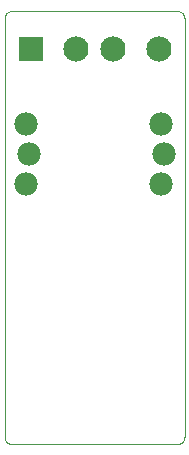
<source format=gbs>
G75*
%MOIN*%
%OFA0B0*%
%FSLAX25Y25*%
%IPPOS*%
%LPD*%
%AMOC8*
5,1,8,0,0,1.08239X$1,22.5*
%
%ADD10C,0.00000*%
%ADD11C,0.07800*%
%ADD12R,0.08400X0.08400*%
%ADD13C,0.08400*%
D10*
X0032595Y0027058D02*
X0032595Y0166433D01*
X0032597Y0166531D01*
X0032603Y0166629D01*
X0032612Y0166727D01*
X0032626Y0166824D01*
X0032643Y0166921D01*
X0032664Y0167017D01*
X0032689Y0167112D01*
X0032717Y0167206D01*
X0032750Y0167298D01*
X0032785Y0167390D01*
X0032825Y0167480D01*
X0032867Y0167568D01*
X0032914Y0167655D01*
X0032963Y0167739D01*
X0033016Y0167822D01*
X0033072Y0167902D01*
X0033132Y0167981D01*
X0033194Y0168057D01*
X0033259Y0168130D01*
X0033327Y0168201D01*
X0033398Y0168269D01*
X0033471Y0168334D01*
X0033547Y0168396D01*
X0033626Y0168456D01*
X0033706Y0168512D01*
X0033789Y0168565D01*
X0033873Y0168614D01*
X0033960Y0168661D01*
X0034048Y0168703D01*
X0034138Y0168743D01*
X0034230Y0168778D01*
X0034322Y0168811D01*
X0034416Y0168839D01*
X0034511Y0168864D01*
X0034607Y0168885D01*
X0034704Y0168902D01*
X0034801Y0168916D01*
X0034899Y0168925D01*
X0034997Y0168931D01*
X0035095Y0168933D01*
X0090095Y0168933D01*
X0090193Y0168931D01*
X0090291Y0168925D01*
X0090389Y0168916D01*
X0090486Y0168902D01*
X0090583Y0168885D01*
X0090679Y0168864D01*
X0090774Y0168839D01*
X0090868Y0168811D01*
X0090960Y0168778D01*
X0091052Y0168743D01*
X0091142Y0168703D01*
X0091230Y0168661D01*
X0091317Y0168614D01*
X0091401Y0168565D01*
X0091484Y0168512D01*
X0091564Y0168456D01*
X0091643Y0168396D01*
X0091719Y0168334D01*
X0091792Y0168269D01*
X0091863Y0168201D01*
X0091931Y0168130D01*
X0091996Y0168057D01*
X0092058Y0167981D01*
X0092118Y0167902D01*
X0092174Y0167822D01*
X0092227Y0167739D01*
X0092276Y0167655D01*
X0092323Y0167568D01*
X0092365Y0167480D01*
X0092405Y0167390D01*
X0092440Y0167298D01*
X0092473Y0167206D01*
X0092501Y0167112D01*
X0092526Y0167017D01*
X0092547Y0166921D01*
X0092564Y0166824D01*
X0092578Y0166727D01*
X0092587Y0166629D01*
X0092593Y0166531D01*
X0092595Y0166433D01*
X0092595Y0027058D01*
X0092593Y0026960D01*
X0092587Y0026862D01*
X0092578Y0026764D01*
X0092564Y0026667D01*
X0092547Y0026570D01*
X0092526Y0026474D01*
X0092501Y0026379D01*
X0092473Y0026285D01*
X0092440Y0026193D01*
X0092405Y0026101D01*
X0092365Y0026011D01*
X0092323Y0025923D01*
X0092276Y0025836D01*
X0092227Y0025752D01*
X0092174Y0025669D01*
X0092118Y0025589D01*
X0092058Y0025510D01*
X0091996Y0025434D01*
X0091931Y0025361D01*
X0091863Y0025290D01*
X0091792Y0025222D01*
X0091719Y0025157D01*
X0091643Y0025095D01*
X0091564Y0025035D01*
X0091484Y0024979D01*
X0091401Y0024926D01*
X0091317Y0024877D01*
X0091230Y0024830D01*
X0091142Y0024788D01*
X0091052Y0024748D01*
X0090960Y0024713D01*
X0090868Y0024680D01*
X0090774Y0024652D01*
X0090679Y0024627D01*
X0090583Y0024606D01*
X0090486Y0024589D01*
X0090389Y0024575D01*
X0090291Y0024566D01*
X0090193Y0024560D01*
X0090095Y0024558D01*
X0035095Y0024558D01*
X0034997Y0024560D01*
X0034899Y0024566D01*
X0034801Y0024575D01*
X0034704Y0024589D01*
X0034607Y0024606D01*
X0034511Y0024627D01*
X0034416Y0024652D01*
X0034322Y0024680D01*
X0034230Y0024713D01*
X0034138Y0024748D01*
X0034048Y0024788D01*
X0033960Y0024830D01*
X0033873Y0024877D01*
X0033789Y0024926D01*
X0033706Y0024979D01*
X0033626Y0025035D01*
X0033547Y0025095D01*
X0033471Y0025157D01*
X0033398Y0025222D01*
X0033327Y0025290D01*
X0033259Y0025361D01*
X0033194Y0025434D01*
X0033132Y0025510D01*
X0033072Y0025589D01*
X0033016Y0025669D01*
X0032963Y0025752D01*
X0032914Y0025836D01*
X0032867Y0025923D01*
X0032825Y0026011D01*
X0032785Y0026101D01*
X0032750Y0026193D01*
X0032717Y0026285D01*
X0032689Y0026379D01*
X0032664Y0026474D01*
X0032643Y0026570D01*
X0032626Y0026667D01*
X0032612Y0026764D01*
X0032603Y0026862D01*
X0032597Y0026960D01*
X0032595Y0027058D01*
D11*
X0039595Y0111433D03*
X0040595Y0121433D03*
X0039595Y0131433D03*
X0084595Y0131433D03*
X0085595Y0121433D03*
X0084595Y0111433D03*
D12*
X0041270Y0156433D03*
D13*
X0056450Y0156433D03*
X0068829Y0156433D03*
X0084009Y0156433D03*
M02*

</source>
